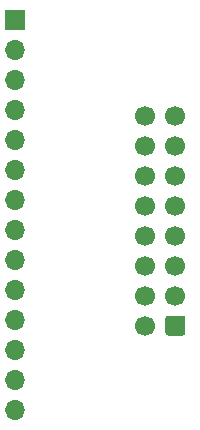
<source format=gbr>
%TF.GenerationSoftware,KiCad,Pcbnew,(5.1.8-0-10_14)*%
%TF.CreationDate,2021-03-30T15:30:47-04:00*%
%TF.ProjectId,TFT,5446542e-6b69-4636-9164-5f7063625858,rev?*%
%TF.SameCoordinates,PX989680PY32730a0*%
%TF.FileFunction,Soldermask,Top*%
%TF.FilePolarity,Negative*%
%FSLAX46Y46*%
G04 Gerber Fmt 4.6, Leading zero omitted, Abs format (unit mm)*
G04 Created by KiCad (PCBNEW (5.1.8-0-10_14)) date 2021-03-30 15:30:47*
%MOMM*%
%LPD*%
G01*
G04 APERTURE LIST*
%ADD10C,1.700000*%
%ADD11O,1.700000X1.700000*%
%ADD12R,1.700000X1.700000*%
G04 APERTURE END LIST*
D10*
%TO.C,J2*%
X16760000Y29480000D03*
X16760000Y26940000D03*
X16760000Y24400000D03*
X16760000Y21860000D03*
X16760000Y19320000D03*
X16760000Y16780000D03*
X16760000Y14240000D03*
X16760000Y11700000D03*
X19300000Y29480000D03*
X19300000Y26940000D03*
X19300000Y24400000D03*
X19300000Y21860000D03*
X19300000Y19320000D03*
X19300000Y16780000D03*
X19300000Y14240000D03*
G36*
G01*
X20150000Y12300000D02*
X20150000Y11100000D01*
G75*
G02*
X19900000Y10850000I-250000J0D01*
G01*
X18700000Y10850000D01*
G75*
G02*
X18450000Y11100000I0J250000D01*
G01*
X18450000Y12300000D01*
G75*
G02*
X18700000Y12550000I250000J0D01*
G01*
X19900000Y12550000D01*
G75*
G02*
X20150000Y12300000I0J-250000D01*
G01*
G37*
%TD*%
D11*
%TO.C,J1*%
X5700000Y4580000D03*
X5700000Y7120000D03*
X5700000Y9660000D03*
X5700000Y12200000D03*
X5700000Y14740000D03*
X5700000Y17280000D03*
X5700000Y19820000D03*
X5700000Y22360000D03*
X5700000Y24900000D03*
X5700000Y27440000D03*
X5700000Y29980000D03*
X5700000Y32520000D03*
X5700000Y35060000D03*
D12*
X5700000Y37600000D03*
%TD*%
M02*

</source>
